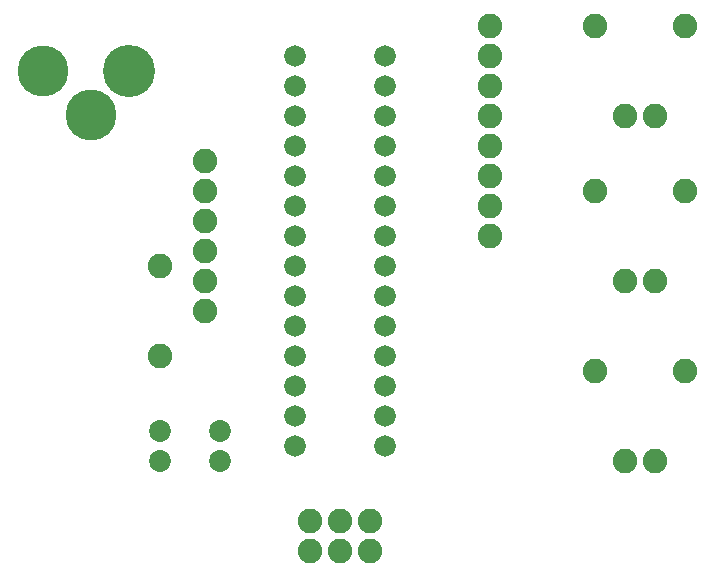
<source format=gts>
G75*
%MOIN*%
%OFA0B0*%
%FSLAX25Y25*%
%IPPOS*%
%LPD*%
%AMOC8*
5,1,8,0,0,1.08239X$1,22.5*
%
%ADD10C,0.07300*%
%ADD11C,0.08200*%
%ADD12C,0.17398*%
%ADD13C,0.17000*%
%ADD14C,0.07200*%
D10*
X0086000Y0081000D03*
X0086000Y0091000D03*
X0106000Y0091000D03*
X0106000Y0081000D03*
D11*
X0136000Y0061000D03*
X0146000Y0061000D03*
X0156000Y0061000D03*
X0156000Y0051000D03*
X0146000Y0051000D03*
X0136000Y0051000D03*
X0231000Y0111000D03*
X0261000Y0111000D03*
X0251000Y0141000D03*
X0241000Y0141000D03*
X0196000Y0156000D03*
X0196000Y0166000D03*
X0196000Y0176000D03*
X0196000Y0186000D03*
X0196000Y0196000D03*
X0196000Y0206000D03*
X0196000Y0216000D03*
X0196000Y0226000D03*
X0231000Y0226000D03*
X0261000Y0226000D03*
X0251000Y0196000D03*
X0241000Y0196000D03*
X0231000Y0171000D03*
X0261000Y0171000D03*
X0251000Y0081000D03*
X0241000Y0081000D03*
X0101000Y0131000D03*
X0101000Y0141000D03*
X0086000Y0146000D03*
X0101000Y0151000D03*
X0101000Y0161000D03*
X0101000Y0171000D03*
X0101000Y0181000D03*
X0086000Y0116000D03*
D12*
X0075637Y0211000D03*
D13*
X0063126Y0196191D03*
X0046815Y0210900D03*
D14*
X0131000Y0206000D03*
X0131000Y0216000D03*
X0131000Y0196000D03*
X0131000Y0186000D03*
X0131000Y0176000D03*
X0131000Y0166000D03*
X0131000Y0156000D03*
X0131000Y0146000D03*
X0131000Y0136000D03*
X0131000Y0126000D03*
X0131000Y0116000D03*
X0131000Y0106000D03*
X0131000Y0096000D03*
X0131000Y0086000D03*
X0161000Y0086000D03*
X0161000Y0096000D03*
X0161000Y0106000D03*
X0161000Y0116000D03*
X0161000Y0126000D03*
X0161000Y0136000D03*
X0161000Y0146000D03*
X0161000Y0156000D03*
X0161000Y0166000D03*
X0161000Y0176000D03*
X0161000Y0186000D03*
X0161000Y0196000D03*
X0161000Y0206000D03*
X0161000Y0216000D03*
M02*

</source>
